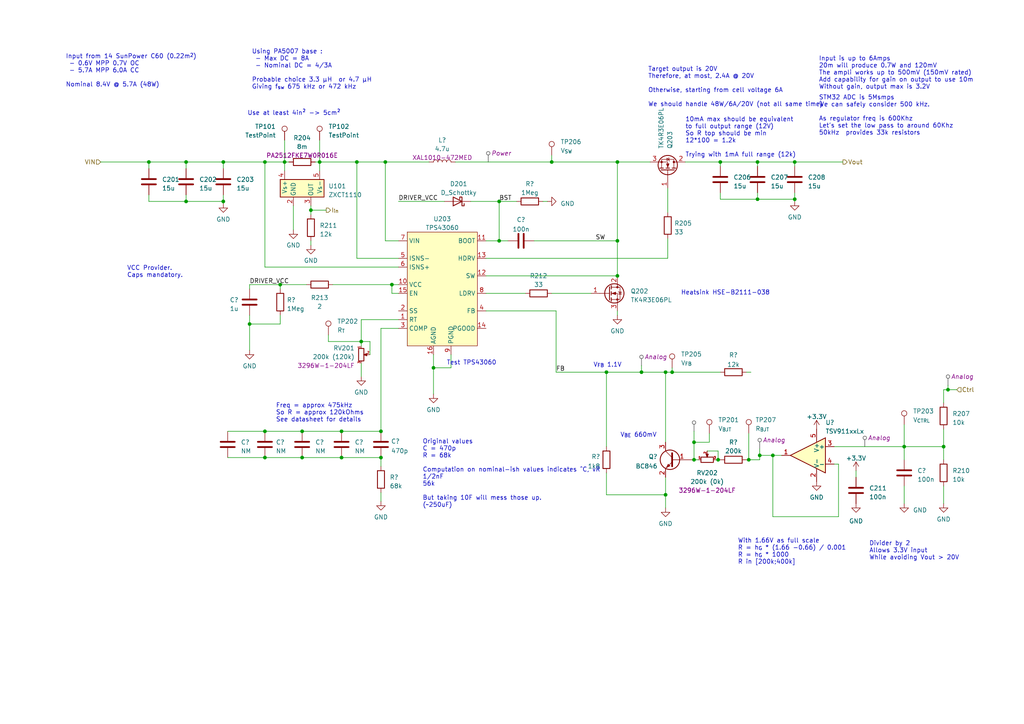
<source format=kicad_sch>
(kicad_sch (version 20230221) (generator eeschema)
  (paper "A4")
  (lib_symbols
    (symbol "Amplifier_Current:ZXCT1110" (pin_names (offset 0.254))
      (property "Reference" "U" (at 7.62 1.27 0))
      (property "Value" "ZXCT1110" (at 7.62 -1.27 0))
      (symbol "ZXCT1110_0_1"
        (rectangle (start -6.35 2.54) (end 6.35 -2.54) (stroke (width 0.254)) (fill (type background)))
      )
      (symbol "ZXCT1110_1_1"
        (pin no_connect line (at 0 2.54 270) (length 2.54) hide (name "NC") (number "1"))
        (pin power_in line (at -2.54 -5.08 90) (length 2.54) (name "GND") (number "2"))
        (pin output line (at 2.54 -5.08 90) (length 2.54) (name "OUT") (number "3"))
        (pin input line (at -5.08 5.08 270) (length 2.54) (name "Vs+") (number "4"))
        (pin input line (at 5.08 5.08 270) (length 2.54) (name "Vs-") (number "5"))
      )
    )
    (symbol "Amplifier_Operational:TSV911xxLx" (pin_names (offset 0.127))
      (property "Reference" "U" (at -1.27 6.35 0))
      (property "Value" "TSV911xxLx" (at -1.27 3.81 0))
      (symbol "TSV911xxLx_0_1"
        (polyline (pts (xy -5.08 5.08) (xy 5.08 0) (xy -5.08 -5.08) (xy -5.08 5.08)) (stroke (width 0.254)) (fill (type background)))
        (pin power_in line (at -2.54 -7.62 90) (length 3.81) (name "V-") (number "2"))
        (pin power_in line (at -2.54 7.62 270) (length 3.81) (name "V+") (number "5"))
      )
      (symbol "TSV911xxLx_1_1"
        (pin output line (at 7.62 0 180) (length 2.54) (name "~") (number "1"))
        (pin input line (at -7.62 2.54 0) (length 2.54) (name "+") (number "3"))
        (pin input line (at -7.62 -2.54 0) (length 2.54) (name "-") (number "4"))
      )
    )
    (symbol "Connector:TestPoint" (pin_numbers hide) (pin_names (offset 0.762) hide)
      (property "Reference" "TP" (at 0 6.858 0))
      (property "Value" "TestPoint" (at 0 5.08 0))
      (symbol "TestPoint_0_1"
        (circle (center 0 3.302) (radius 0.762))
      )
      (symbol "TestPoint_1_1"
        (pin passive line (at 0 0 90) (length 2.54) (name "1") (number "1"))
      )
    )
    (symbol "Device:C" (pin_numbers hide) (pin_names (offset 0.254))
      (property "Reference" "C" (at 0.635 2.54 0))
      (property "Value" "C" (at 0.635 -2.54 0))
      (symbol "C_0_1"
        (polyline (pts (xy -2.032 -0.762) (xy 2.032 -0.762)) (stroke (width 0.508)))
        (polyline (pts (xy -2.032 0.762) (xy 2.032 0.762)) (stroke (width 0.508)))
      )
      (symbol "C_1_1"
        (pin passive line (at 0 3.81 270) (length 2.794) (name "~") (number "1"))
        (pin passive line (at 0 -3.81 90) (length 2.794) (name "~") (number "2"))
      )
    )
    (symbol "Device:D_Schottky" (pin_numbers hide) (pin_names (offset 1.016) hide)
      (property "Reference" "D" (at 0 2.54 0))
      (property "Value" "D_Schottky" (at 0 -2.54 0))
      (symbol "D_Schottky_0_1"
        (polyline (pts (xy 1.27 0) (xy -1.27 0)))
        (polyline (pts (xy 1.27 1.27) (xy 1.27 -1.27) (xy -1.27 0) (xy 1.27 1.27)) (stroke (width 0.254)))
        (polyline (pts (xy -1.905 0.635) (xy -1.905 1.27) (xy -1.27 1.27) (xy -1.27 -1.27) (xy -0.635 -1.27) (xy -0.635 -0.635)) (stroke (width 0.254)))
      )
      (symbol "D_Schottky_1_1"
        (pin passive line (at -3.81 0 0) (length 2.54) (name "K") (number "1"))
        (pin passive line (at 3.81 0 180) (length 2.54) (name "A") (number "2"))
      )
    )
    (symbol "Device:L" (pin_numbers hide) (pin_names (offset 1.016) hide)
      (property "Reference" "L" (at -1.27 0 90))
      (property "Value" "L" (at 1.905 0 90))
      (symbol "L_0_1"
        (arc (start 0 -2.54) (mid 0.6323 -1.905) (end 0 -1.27))
        (arc (start 0 -1.27) (mid 0.6323 -0.635) (end 0 0))
        (arc (start 0 0) (mid 0.6323 0.635) (end 0 1.27))
        (arc (start 0 1.27) (mid 0.6323 1.905) (end 0 2.54))
      )
      (symbol "L_1_1"
        (pin passive line (at 0 3.81 270) (length 1.27) (name "1") (number "1"))
        (pin passive line (at 0 -3.81 90) (length 1.27) (name "2") (number "2"))
      )
    )
    (symbol "Device:Q_NMOS_GDS" (pin_names (offset 0) hide)
      (property "Reference" "Q" (at 5.08 1.27 0))
      (property "Value" "Q_NMOS_GDS" (at 5.08 -1.27 0))
      (symbol "Q_NMOS_GDS_0_1"
        (polyline (pts (xy 0.254 0) (xy -2.54 0)))
        (polyline (pts (xy 0.254 1.905) (xy 0.254 -1.905)) (stroke (width 0.254)))
        (polyline (pts (xy 0.762 -1.27) (xy 0.762 -2.286)) (stroke (width 0.254)))
        (polyline (pts (xy 0.762 0.508) (xy 0.762 -0.508)) (stroke (width 0.254)))
        (polyline (pts (xy 0.762 2.286) (xy 0.762 1.27)) (stroke (width 0.254)))
        (polyline (pts (xy 2.54 2.54) (xy 2.54 1.778)))
        (polyline (pts (xy 2.54 -2.54) (xy 2.54 0) (xy 0.762 0)))
        (polyline (pts (xy 0.762 -1.778) (xy 3.302 -1.778) (xy 3.302 1.778) (xy 0.762 1.778)))
        (polyline (pts (xy 1.016 0) (xy 2.032 0.381) (xy 2.032 -0.381) (xy 1.016 0)) (fill (type outline)))
        (polyline (pts (xy 2.794 0.508) (xy 2.921 0.381) (xy 3.683 0.381) (xy 3.81 0.254)))
        (polyline (pts (xy 3.302 0.381) (xy 2.921 -0.254) (xy 3.683 -0.254) (xy 3.302 0.381)))
        (circle (center 1.651 0) (radius 2.794) (stroke (width 0.254)))
        (circle (center 2.54 -1.778) (radius 0.254) (fill (type outline)))
        (circle (center 2.54 1.778) (radius 0.254) (fill (type outline)))
      )
      (symbol "Q_NMOS_GDS_1_1"
        (pin input line (at -5.08 0 0) (length 2.54) (name "G") (number "1"))
        (pin passive line (at 2.54 5.08 270) (length 2.54) (name "D") (number "2"))
        (pin passive line (at 2.54 -5.08 90) (length 2.54) (name "S") (number "3"))
      )
    )
    (symbol "Device:R" (pin_numbers hide) (pin_names (offset 0))
      (property "Reference" "R" (at 2.032 0 90))
      (property "Value" "R" (at 0 0 90))
      (symbol "R_0_1"
        (rectangle (start -1.016 -2.54) (end 1.016 2.54) (stroke (width 0.254)))
      )
      (symbol "R_1_1"
        (pin passive line (at 0 3.81 270) (length 1.27) (name "~") (number "1"))
        (pin passive line (at 0 -3.81 90) (length 1.27) (name "~") (number "2"))
      )
    )
    (symbol "Device:R_Potentiometer_Small" (pin_names (offset 1.016) hide)
      (property "Reference" "RV" (at -4.445 0 90))
      (property "Value" "R_Potentiometer_Small" (at -2.54 0 90))
      (symbol "R_Potentiometer_Small_0_1"
        (polyline (pts (xy 0.889 0) (xy 0.635 0) (xy 1.651 0.381) (xy 1.651 -0.381) (xy 0.635 0) (xy 0.889 0)) (fill (type outline)))
        (rectangle (start 0.762 1.8034) (end -0.762 -1.8034) (stroke (width 0.254)))
      )
      (symbol "R_Potentiometer_Small_1_1"
        (pin passive line (at 0 2.54 270) (length 0.635) (name "1") (number "1"))
        (pin passive line (at 2.54 0 180) (length 0.9906) (name "2") (number "2"))
        (pin passive line (at 0 -2.54 90) (length 0.635) (name "3") (number "3"))
      )
    )
    (symbol "GND_1" (power) (pin_names (offset 0))
      (property "Value" "GND_1" (at 0 -3.81 0))
      (symbol "GND_1_0_1"
        (polyline (pts (xy 0 0) (xy 0 -1.27) (xy 1.27 -1.27) (xy 0 -2.54) (xy -1.27 -1.27) (xy 0 -1.27)))
      )
      (symbol "GND_1_1_1"
        (pin power_in line (at 0 0 270) (length 0) hide (name "GND") (number "1"))
      )
    )
    (symbol "GND_2" (power) (pin_names (offset 0))
      (property "Value" "GND" (at 0 -3.81 0))
      (symbol "GND_2_0_1"
        (polyline (pts (xy 0 0) (xy 0 -1.27) (xy 1.27 -1.27) (xy 0 -2.54) (xy -1.27 -1.27) (xy 0 -1.27)))
      )
      (symbol "GND_2_1_1"
        (pin power_in line (at 0 0 270) (length 0) hide (name "GND") (number "1"))
      )
    )
    (symbol "Transistor_BJT:BC846" (pin_names (offset 0) hide)
      (property "Reference" "Q" (at 5.08 1.905 0))
      (property "Value" "BC846" (at 5.08 0 0))
      (symbol "BC846_0_1"
        (polyline (pts (xy 0.635 0.635) (xy 2.54 2.54)))
        (polyline (pts (xy 0.635 -0.635) (xy 2.54 -2.54) (xy 2.54 -2.54)))
        (polyline (pts (xy 0.635 1.905) (xy 0.635 -1.905) (xy 0.635 -1.905)) (stroke (width 0.508)))
        (polyline (pts (xy 1.27 -1.778) (xy 1.778 -1.27) (xy 2.286 -2.286) (xy 1.27 -1.778) (xy 1.27 -1.778)) (fill (type outline)))
        (circle (center 1.27 0) (radius 2.8194) (stroke (width 0.254)))
      )
      (symbol "BC846_1_1"
        (pin input line (at -5.08 0 0) (length 5.715) (name "B") (number "1"))
        (pin passive line (at 2.54 -5.08 90) (length 2.54) (name "E") (number "2"))
        (pin passive line (at 2.54 5.08 270) (length 2.54) (name "C") (number "3"))
      )
    )
    (symbol "defis_solaires_4:TPS43060"
      (property "Reference" "U" (at 0 0 0))
      (symbol "TPS43060_0_0"
        (pin bidirectional line (at -12.7 -10.16 0) (length 2.54) (name "RT") (number "1"))
        (pin power_out line (at -12.7 0 0) (length 2.54) (name "VCC") (number "10"))
        (pin output line (at 12.7 12.7 180) (length 2.54) (name "BOOT") (number "11"))
        (pin input line (at 12.7 2.54 180) (length 2.54) (name "SW") (number "12"))
        (pin output line (at 12.7 7.62 180) (length 2.54) (name "HDRV") (number "13"))
        (pin open_collector line (at 12.7 -12.7 180) (length 2.54) (name "PGOOD") (number "14"))
        (pin input line (at -12.7 -2.54 0) (length 2.54) (name "EN") (number "15"))
        (pin power_in line (at -2.54 -20.32 90) (length 2.54) (name "AGND") (number "16"))
        (pin output line (at -12.7 -7.62 0) (length 2.54) (name "SS") (number "2"))
        (pin output line (at -12.7 -12.7 0) (length 2.54) (name "COMP") (number "3"))
        (pin input line (at 12.7 -7.62 180) (length 2.54) (name "FB") (number "4"))
        (pin input line (at -12.7 7.62 0) (length 2.54) (name "ISNS-") (number "5"))
        (pin input line (at -12.7 5.08 0) (length 2.54) (name "ISNS+") (number "6"))
        (pin power_in line (at -12.7 12.7 0) (length 2.54) (name "VIN") (number "7"))
        (pin output line (at 12.7 -2.54 180) (length 2.54) (name "LDRV") (number "8"))
        (pin power_in line (at 2.54 -20.32 90) (length 2.54) (name "PGND") (number "9"))
      )
      (symbol "TPS43060_0_1"
        (rectangle (start -10.16 15.24) (end 10.16 -17.78) (fill (type background)))
      )
    )
    (symbol "power:+3.3V" (power) (pin_names (offset 0))
      (property "Value" "+3.3V" (at 0 3.556 0))
      (symbol "+3.3V_0_1"
        (polyline (pts (xy -0.762 1.27) (xy 0 2.54)))
        (polyline (pts (xy 0 0) (xy 0 2.54)))
        (polyline (pts (xy 0 2.54) (xy 0.762 1.27)))
      )
      (symbol "+3.3V_1_1"
        (pin power_in line (at 0 0 90) (length 0) hide (name "+3.3V") (number "1"))
      )
    )
    (symbol "power:GND" (power) (pin_names (offset 0))
      (property "Value" "GND" (at 0 -3.81 0))
      (symbol "GND_0_1"
        (polyline (pts (xy 0 0) (xy 0 -1.27) (xy 1.27 -1.27) (xy 0 -2.54) (xy -1.27 -1.27) (xy 0 -1.27)))
      )
      (symbol "GND_1_1"
        (pin power_in line (at 0 0 270) (length 0) hide (name "GND") (number "1"))
      )
    )
  )
  (junction (at 186.055 107.95))
  (junction (at 230.505 46.99))
  (junction (at 125.73 106.68))
  (junction (at 43.18 46.99))
  (junction (at 87.63 132.715))
  (junction (at 64.77 46.99))
  (junction (at 219.71 46.99))
  (junction (at 92.71 46.99))
  (junction (at 208.915 46.99))
  (junction (at 230.505 57.785))
  (junction (at 273.685 129.54))
  (junction (at 194.945 107.95))
  (junction (at 53.975 58.42))
  (junction (at 193.04 143.51))
  (junction (at 144.78 69.85))
  (junction (at 76.835 132.715))
  (junction (at 99.06 132.715))
  (junction (at 76.835 125.095))
  (junction (at 110.49 132.715))
  (junction (at 81.28 82.55))
  (junction (at 175.895 107.95))
  (junction (at 217.17 133.35))
  (junction (at 179.07 69.85))
  (junction (at 76.835 46.99))
  (junction (at 262.255 129.54))
  (junction (at 72.39 93.98))
  (junction (at 219.71 57.785))
  (junction (at 160.02 46.99))
  (junction (at 144.78 58.42))
  (junction (at 64.77 58.42))
  (junction (at 99.06 125.095))
  (junction (at 103.505 46.99))
  (junction (at 104.775 99.06))
  (junction (at 53.975 46.99))
  (junction (at 113.665 82.55))
  (junction (at 220.345 132.08))
  (junction (at 274.955 113.03))
  (junction (at 179.07 46.99))
  (junction (at 87.63 125.095))
  (junction (at 111.76 46.99))
  (junction (at 201.295 133.35))
  (junction (at 224.155 132.08))
  (junction (at 82.55 46.99))
  (junction (at 193.04 107.95))
  (junction (at 208.28 133.35))
  (junction (at 90.17 60.96))
  (junction (at 179.07 80.01))
  (junction (at 201.295 128.27))
  (junction (at 110.49 125.095))
  (wire (pts (xy 208.915 46.99) (xy 208.915 48.26)))
  (wire (pts (xy 111.76 69.85) (xy 111.76 46.99)))
  (wire (pts (xy 115.57 69.85) (xy 111.76 69.85)))
  (wire (pts (xy 230.505 46.99) (xy 230.505 48.26)))
  (wire (pts (xy 64.77 58.42) (xy 64.77 59.055)))
  (wire (pts (xy 90.17 69.85) (xy 90.17 71.12)))
  (wire (pts (xy 72.39 91.44) (xy 72.39 93.98)))
  (wire (pts (xy 99.06 132.715) (xy 110.49 132.715)))
  (wire (pts (xy 66.04 125.095) (xy 76.835 125.095)))
  (wire (pts (xy 64.77 56.515) (xy 64.77 58.42)))
  (wire (pts (xy 208.915 46.99) (xy 219.71 46.99)))
  (wire (pts (xy 115.57 74.93) (xy 103.505 74.93)))
  (wire (pts (xy 224.155 132.08) (xy 226.695 132.08)))
  (wire (pts (xy 76.835 46.99) (xy 82.55 46.99)))
  (wire (pts (xy 104.775 99.06) (xy 104.775 100.33)))
  (wire (pts (xy 186.055 106.045) (xy 186.055 107.95)))
  (wire (pts (xy 90.17 59.69) (xy 90.17 60.96)))
  (wire (pts (xy 194.945 107.95) (xy 208.915 107.95)))
  (wire (pts (xy 175.895 143.51) (xy 193.04 143.51)))
  (wire (pts (xy 175.895 137.16) (xy 175.895 143.51)))
  (wire (pts (xy 90.17 60.96) (xy 90.17 62.23)))
  (wire (pts (xy 201.295 133.35) (xy 202.565 133.35)))
  (wire (pts (xy 193.04 107.95) (xy 194.945 107.95)))
  (wire (pts (xy 76.835 125.095) (xy 87.63 125.095)))
  (wire (pts (xy 64.77 46.99) (xy 64.77 48.895)))
  (wire (pts (xy 175.895 107.95) (xy 175.895 129.54)))
  (wire (pts (xy 200.66 133.35) (xy 201.295 133.35)))
  (wire (pts (xy 273.685 124.46) (xy 273.685 129.54)))
  (wire (pts (xy 273.685 116.84) (xy 273.685 113.03)))
  (wire (pts (xy 43.18 46.99) (xy 53.975 46.99)))
  (wire (pts (xy 262.255 129.54) (xy 262.255 133.35)))
  (wire (pts (xy 262.255 123.19) (xy 262.255 129.54)))
  (wire (pts (xy 104.775 92.71) (xy 115.57 92.71)))
  (wire (pts (xy 103.505 74.93) (xy 103.505 46.99)))
  (wire (pts (xy 95.25 99.06) (xy 104.775 99.06)))
  (wire (pts (xy 111.76 46.99) (xy 124.46 46.99)))
  (wire (pts (xy 219.71 55.88) (xy 219.71 57.785)))
  (wire (pts (xy 81.28 82.55) (xy 88.9 82.55)))
  (wire (pts (xy 193.04 138.43) (xy 193.04 143.51)))
  (wire (pts (xy 243.205 134.62) (xy 243.205 149.86)))
  (wire (pts (xy 43.18 56.515) (xy 43.18 58.42)))
  (wire (pts (xy 104.775 99.06) (xy 107.315 99.06)))
  (wire (pts (xy 216.535 133.35) (xy 217.17 133.35)))
  (wire (pts (xy 220.345 132.08) (xy 224.155 132.08)))
  (wire (pts (xy 140.97 74.93) (xy 193.675 74.93)))
  (wire (pts (xy 115.57 82.55) (xy 113.665 82.55)))
  (wire (pts (xy 208.28 130.81) (xy 208.28 133.35)))
  (wire (pts (xy 125.73 106.68) (xy 125.73 114.3)))
  (wire (pts (xy 140.97 80.01) (xy 179.07 80.01)))
  (wire (pts (xy 160.02 45.085) (xy 160.02 46.99)))
  (wire (pts (xy 205.74 125.73) (xy 205.74 128.27)))
  (wire (pts (xy 273.685 140.97) (xy 273.685 146.05)))
  (wire (pts (xy 90.17 60.96) (xy 94.615 60.96)))
  (wire (pts (xy 161.29 90.17) (xy 140.97 90.17)))
  (wire (pts (xy 262.255 129.54) (xy 273.685 129.54)))
  (wire (pts (xy 194.945 106.68) (xy 194.945 107.95)))
  (wire (pts (xy 205.105 130.81) (xy 208.28 130.81)))
  (wire (pts (xy 201.295 128.27) (xy 201.295 133.35)))
  (wire (pts (xy 219.71 57.785) (xy 230.505 57.785)))
  (wire (pts (xy 72.39 93.98) (xy 72.39 101.6)))
  (wire (pts (xy 53.975 46.99) (xy 53.975 48.895)))
  (wire (pts (xy 274.955 113.03) (xy 277.495 113.03)))
  (wire (pts (xy 154.94 69.85) (xy 179.07 69.85)))
  (wire (pts (xy 201.295 128.27) (xy 205.74 128.27)))
  (wire (pts (xy 179.07 46.99) (xy 188.595 46.99)))
  (wire (pts (xy 87.63 132.715) (xy 99.06 132.715)))
  (wire (pts (xy 113.665 82.55) (xy 113.665 85.09)))
  (wire (pts (xy 144.78 58.42) (xy 149.86 58.42)))
  (wire (pts (xy 136.525 58.42) (xy 144.78 58.42)))
  (wire (pts (xy 193.675 61.595) (xy 193.675 54.61)))
  (wire (pts (xy 43.18 46.99) (xy 43.18 48.895)))
  (wire (pts (xy 208.915 57.785) (xy 219.71 57.785)))
  (wire (pts (xy 273.685 113.03) (xy 274.955 113.03)))
  (wire (pts (xy 110.49 142.875) (xy 110.49 145.415)))
  (wire (pts (xy 217.17 125.73) (xy 217.17 133.35)))
  (wire (pts (xy 160.02 46.99) (xy 132.08 46.99)))
  (wire (pts (xy 81.28 93.98) (xy 81.28 91.44)))
  (wire (pts (xy 81.28 82.55) (xy 81.28 83.82)))
  (wire (pts (xy 274.955 111.76) (xy 274.955 113.03)))
  (wire (pts (xy 179.07 46.99) (xy 160.02 46.99)))
  (wire (pts (xy 179.07 69.85) (xy 179.07 46.99)))
  (wire (pts (xy 179.07 69.85) (xy 179.07 80.01)))
  (wire (pts (xy 216.535 107.95) (xy 217.805 107.95)))
  (wire (pts (xy 158.75 58.42) (xy 157.48 58.42)))
  (wire (pts (xy 230.505 55.88) (xy 230.505 57.785)))
  (wire (pts (xy 144.78 69.85) (xy 147.32 69.85)))
  (wire (pts (xy 92.71 46.99) (xy 103.505 46.99)))
  (wire (pts (xy 104.775 92.71) (xy 104.775 99.06)))
  (wire (pts (xy 208.915 55.88) (xy 208.915 57.785)))
  (wire (pts (xy 87.63 125.095) (xy 99.06 125.095)))
  (wire (pts (xy 241.935 129.54) (xy 262.255 129.54)))
  (wire (pts (xy 85.09 59.69) (xy 85.09 66.675)))
  (wire (pts (xy 144.78 58.42) (xy 144.78 69.85)))
  (wire (pts (xy 113.665 85.09) (xy 115.57 85.09)))
  (wire (pts (xy 107.315 102.87) (xy 107.315 99.06)))
  (wire (pts (xy 76.835 77.47) (xy 76.835 46.99)))
  (wire (pts (xy 230.505 57.785) (xy 230.505 58.42)))
  (wire (pts (xy 243.205 149.86) (xy 224.155 149.86)))
  (wire (pts (xy 82.55 46.99) (xy 82.55 49.53)))
  (wire (pts (xy 92.71 46.99) (xy 92.71 49.53)))
  (wire (pts (xy 241.935 134.62) (xy 243.205 134.62)))
  (wire (pts (xy 96.52 82.55) (xy 113.665 82.55)))
  (wire (pts (xy 72.39 82.55) (xy 81.28 82.55)))
  (wire (pts (xy 72.39 83.82) (xy 72.39 82.55)))
  (wire (pts (xy 224.155 149.86) (xy 224.155 132.08)))
  (wire (pts (xy 230.505 46.99) (xy 244.475 46.99)))
  (wire (pts (xy 198.755 46.99) (xy 208.915 46.99)))
  (wire (pts (xy 130.81 102.87) (xy 130.81 106.68)))
  (wire (pts (xy 72.39 93.98) (xy 81.28 93.98)))
  (wire (pts (xy 208.915 133.35) (xy 208.28 133.35)))
  (wire (pts (xy 64.77 46.99) (xy 76.835 46.99)))
  (wire (pts (xy 43.18 58.42) (xy 53.975 58.42)))
  (wire (pts (xy 161.29 107.95) (xy 175.895 107.95)))
  (wire (pts (xy 175.895 107.95) (xy 186.055 107.95)))
  (wire (pts (xy 53.975 46.99) (xy 64.77 46.99)))
  (wire (pts (xy 217.17 133.35) (xy 220.345 133.35)))
  (wire (pts (xy 201.295 125.095) (xy 201.295 128.27)))
  (wire (pts (xy 171.45 85.09) (xy 160.02 85.09)))
  (wire (pts (xy 115.57 58.42) (xy 128.905 58.42)))
  (wire (pts (xy 193.675 74.93) (xy 193.675 69.215)))
  (wire (pts (xy 140.97 69.85) (xy 144.78 69.85)))
  (wire (pts (xy 193.04 107.95) (xy 193.04 128.27)))
  (wire (pts (xy 219.71 46.99) (xy 230.505 46.99)))
  (wire (pts (xy 186.055 107.95) (xy 193.04 107.95)))
  (wire (pts (xy 179.07 91.44) (xy 179.07 90.17)))
  (wire (pts (xy 130.81 106.68) (xy 125.73 106.68)))
  (wire (pts (xy 99.06 125.095) (xy 110.49 125.095)))
  (wire (pts (xy 262.255 140.97) (xy 262.255 146.05)))
  (wire (pts (xy 110.49 132.715) (xy 110.49 135.255)))
  (wire (pts (xy 53.975 58.42) (xy 64.77 58.42)))
  (wire (pts (xy 220.345 130.175) (xy 220.345 132.08)))
  (wire (pts (xy 208.28 133.35) (xy 207.645 133.35)))
  (wire (pts (xy 103.505 46.99) (xy 111.76 46.99)))
  (wire (pts (xy 110.49 95.25) (xy 115.57 95.25)))
  (wire (pts (xy 95.25 97.155) (xy 95.25 99.06)))
  (wire (pts (xy 53.975 56.515) (xy 53.975 58.42)))
  (wire (pts (xy 110.49 95.25) (xy 110.49 125.095)))
  (wire (pts (xy 76.835 132.715) (xy 87.63 132.715)))
  (wire (pts (xy 66.04 132.715) (xy 76.835 132.715)))
  (wire (pts (xy 161.29 90.17) (xy 161.29 107.95)))
  (wire (pts (xy 125.73 102.87) (xy 125.73 106.68)))
  (wire (pts (xy 82.55 46.99) (xy 83.82 46.99)))
  (wire (pts (xy 248.285 136.525) (xy 248.285 138.43)))
  (wire (pts (xy 82.55 40.64) (xy 82.55 46.99)))
  (wire (pts (xy 91.44 46.99) (xy 92.71 46.99)))
  (wire (pts (xy 193.04 143.51) (xy 193.04 147.32)))
  (wire (pts (xy 220.345 133.35) (xy 220.345 132.08)))
  (wire (pts (xy 273.685 129.54) (xy 273.685 133.35)))
  (wire (pts (xy 152.4 85.09) (xy 140.97 85.09)))
  (wire (pts (xy 104.775 105.41) (xy 104.775 109.22)))
  (wire (pts (xy 219.71 46.99) (xy 219.71 48.26)))
  (wire (pts (xy 92.71 40.64) (xy 92.71 46.99)))
  (wire (pts (xy 76.835 77.47) (xy 115.57 77.47)))
  (wire (pts (xy 29.21 46.99) (xy 43.18 46.99)))
  (text "V_{BE} 660mV" (at 190.5 127 0) (effects (font (size 1.27 1.27)) (justify right bottom)))
  (text "Heatsink HSE-B2111-038 " (at 197.485 85.725 0) (effects (font (size 1.27 1.27)) (justify left bottom)))
  (text "STM32 ADC is 5Msmps \nWe can safely consider 500 kHz.\n\nAs regulator freq is 600Khz\nLet's set the low pass to around 60Khz\n50kHz  provides 33k resistors" (at 237.49 39.37 0) (effects (font (size 1.27 1.27)) (justify left bottom)))
  (text "Test TPS43060" (at 129.54 106.045 0) (effects (font (size 1.27 1.27)) (justify left bottom)))
  (text "V_{FB} 1.1V" (at 172.085 106.68 0) (effects (font (size 1.27 1.27)) (justify left bottom)))
  (text "Original values \nC = 470p\nR = 68k\n\nComputation on nominal-ish values indicates ^C, vR\n1/2nF\n56k\n\nBut taking 10F will mess those up.\n(~250uF) " (at 122.555 147.32 0) (effects (font (size 1.27 1.27)) (justify left bottom)))
  (text "With 1.66V as full scale\nR = h_{G} * (1.66 -0.66) / 0.001\nR = h_{G} * 1000\nR in [200k;400k]" (at 213.995 163.83 0) (effects (font (size 1.27 1.27)) (justify left bottom)))
  (text "VCC Provider.\nCaps mandatory." (at 36.83 80.645 0) (effects (font (size 1.27 1.27)) (justify left bottom)))
  (text "10mA max should be equivalent \nto full output range (12V)\nSo R top should be min \n12*100 = 1.2k\n\nTrying with 1mA full range (12k)" (at 198.755 45.72 0) (effects (font (size 1.27 1.27)) (justify left bottom)))
  (text "Freq = approx 475kHz\nSo R = approx 120kOhms\nSee datasheet for details" (at 80.01 122.555 0) (effects (font (size 1.27 1.27)) (justify left bottom)))
  (text "Using PA5007 base :\n - Max DC = 8A\n - Nominal DC = 4/3A\n\nProbable choice 3.3 µH  or 4.7 µH\nGiving f_{sw} 675 kHz or 472 kHz" (at 73.025 26.035 0) (effects (font (size 1.27 1.27)) (justify left bottom)))
  (text "Input from 14 SunPower C60 (0.22m^{2})\n - 0.6V MPP 0.7V OC\n - 5.7A MPP 6.0A CC\n\nNominal 8.4V @ 5.7A (48W)" (at 19.05 25.4 0) (effects (font (size 1.27 1.27)) (justify left bottom)))
  (text "Target output is 20V\nTherefore, at most, 2.4A @ 20V\n\nOtherwise, starting from cell voltage 6A\n\nWe should handle 48W/6A/20V (not all same time)" (at 187.96 31.115 0) (effects (font (size 1.27 1.27)) (justify left bottom)))
  (text "Use at least 4in² -> 5cm²" (at 71.755 33.655 0) (effects (font (size 1.27 1.27)) (justify left bottom)))
  (text "Input is up to 6Amps\n20m will produce 0.7W and 120mV\nThe ampli works up to 500mV (150mV rated)\nAdd capability for gain on output to use 10m\nWithout gain, output max is 3.2V" (at 237.49 26.035 0) (effects (font (size 1.27 1.27)) (justify left bottom)))
  (text "Divider by 2\nAllows 3.3V input\nWhile avoiding Vout > 20V" (at 252.095 162.56 0) (effects (font (size 1.27 1.27)) (justify left bottom)))
  (label "BST" (at 144.78 58.42 0))
  (label "FB" (at 161.29 107.95 0))
  (label "DRIVER_VCC" (at 115.57 58.42 0))
  (label "SW" (at 172.72 69.85 0))
  (label "DRIVER_VCC" (at 72.39 82.55 0))
  (hierarchical_label "VIN" (shape input) (at 29.21 46.99 180) (property "Références Inter-Feuilles" "${INTERSHEET_REFS}" (effects hide)))
  (hierarchical_label "Ctrl" (shape input) (at 277.495 113.03 0) (property "Références Inter-Feuilles" "${INTERSHEET_REFS}" (effects hide)))
  (hierarchical_label "I_{in}" (shape output) (at 94.615 60.96 0))
  (hierarchical_label "Vout" (shape output) (at 244.475 46.99 0) (property "Références Inter-Feuilles" "${INTERSHEET_REFS}" (effects hide)))
  (netclass_flag "" (length 2.54) (shape round) (at 274.955 111.76 0) (property "Netclass" "Analog" (at 275.844 109.22 0) (effects (font italic) (justify left))))
  (netclass_flag "" (length 2.54) (shape round) (at 141.605 46.99 0) (property "Netclass" "Power" (at 142.494 44.45 0) (effects (font italic) (justify left))))
  (netclass_flag "" (length 2.54) (shape round) (at 220.345 130.175 0) (property "Netclass" "Analog" (at 221.234 127.635 0) (effects (font italic) (justify left))))
  (netclass_flag "" (length 2.54) (shape round) (at 250.825 129.54 0) (property "Netclass" "Analog" (at 251.714 127 0) (effects (font italic) (justify left))))
  (netclass_flag "" (length 2.54) (shape round) (at 186.055 106.045 0) (property "Netclass" "Analog" (at 186.944 103.505 0) (effects (font italic) (justify left))))
  (netclass_flag "" (length 2.54) (shape round) (at 201.295 125.095 0) (property "Netclass" "Analog" (effects hide)))
  (symbol (lib_id "Device:Q_NMOS_GDS") (at 176.53 85.09 0) (unit 1)
    (property "Reference" "Q202" (at 182.88 84.455 0) (effects (justify left)))
    (property "Value" "TK4R3E06PL" (at 182.88 86.995 0) (effects (justify left)))
    (property "Footprint" "Package_TO_SOT_THT:TO-220-3_Horizontal_TabUp" (effects hide))
    (property "Datasheet" "https://www.mouser.fr/datasheet/2/408/TK4R3E06PL_datasheet_en_20210120-1075493.pdf" (effects hide))
    (property "MPN" "TK4R3E06PL" (effects hide))
  )
  (symbol (lib_id "Device:L") (at 128.27 46.99 90) (unit 1)
    (property "Reference" "L?" (at 128.27 40.64 90))
    (property "Value" "4.7u" (at 128.27 43.18 90))
    (property "Footprint" "Inductor_SMD:L_Coilcraft_XAL1010-XXX" (effects hide))
    (property "Datasheet" "https://www.mouser.fr/datasheet/2/597/xal1010-270716.pdf" (effects hide))
    (property "Spice_Netlist_Enabled" "Y" (effects hide))
    (property "MPN" "XAL1010-472MED" (at 128.27 45.72 90))
    (property "Sim.Device" "SPICE" (effects hide))
    (property "Sim.Params" "type=\"L\" model=\"1.5u\" lib=\"\"" (effects hide))
    (property "Sim.Pins" "1=1 2=2" (effects hide))
  )
  (symbol (lib_id "Device:R") (at 212.725 133.35 270) (mirror x) (unit 1)
    (property "Reference" "R?" (at 212.725 128.27 90))
    (property "Value" "200k" (at 212.725 130.81 90))
    (property "Footprint" "Resistor_SMD:R_0805_2012Metric" (effects hide))
  )
  (symbol (lib_id "Device:R_Potentiometer_Small") (at 205.105 133.35 90) (unit 1)
    (property "Reference" "RV202" (at 205.105 137.16 90))
    (property "Value" "200k (0k)" (at 205.105 139.7 90))
    (property "Footprint" "Potentiometer_THT:Potentiometer_Bourns_3296W_Vertical" (effects hide))
    (property "Datasheet" "3296W-1-204LF" (effects hide))
    (property "MPN" "3296W-1-204LF" (at 205.105 142.24 90))
  )
  (symbol (lib_id "Amplifier_Current:ZXCT1110") (at 87.63 54.61 0) (unit 1)
    (property "Reference" "U101" (at 95.25 53.975 0) (effects (justify left)))
    (property "Value" "ZXCT1110" (at 95.25 56.515 0) (effects (justify left)))
    (property "Footprint" "Package_TO_SOT_SMD:SOT-23-5" (effects hide))
    (property "Datasheet" "https://www.diodes.com/assets/Datasheets/ZXCT1107_10.pdf" (effects hide))
  )
  (symbol (lib_id "Device:C") (at 53.975 52.705 0) (unit 1)
    (property "Reference" "C202" (at 57.785 52.07 0) (effects (justify left)))
    (property "Value" "15u" (at 57.785 54.61 0) (effects (justify left)))
    (property "Footprint" "Capacitor_SMD:C_0805_2012Metric" (effects hide))
    (property "Datasheet" "https://product.tdk.com/system/files/dam/doc/product/capacitor/ceramic/mlcc/catalog/mlcc_commercial_general_en.pdf" (effects hide))
    (property "MPN" "C2012X5R1V156M125AC" (effects hide))
  )
  (symbol (lib_id "Device:R_Potentiometer_Small") (at 104.775 102.87 0) (unit 1)
    (property "Reference" "RV201" (at 102.87 100.965 0) (effects (justify right)))
    (property "Value" "200k (120k)" (at 102.87 103.505 0) (effects (justify right)))
    (property "Footprint" "Potentiometer_THT:Potentiometer_Bourns_3296W_Vertical" (effects hide))
    (property "Datasheet" "3296W-1-204LF" (effects hide))
    (property "MPN" "3296W-1-204LF" (at 102.87 106.045 0) (effects (justify right)))
  )
  (symbol (lib_id "Device:C") (at 110.49 128.905 0) (unit 1)
    (property "Reference" "C?" (at 113.411 127.9965 0) (effects (justify left)))
    (property "Value" "470p" (at 113.411 130.7716 0) (effects (justify left)))
    (property "Footprint" "Capacitor_SMD:C_0805_2012Metric" (effects hide))
  )
  (symbol (lib_id "Device:R") (at 156.21 85.09 90) (unit 1)
    (property "Reference" "R212" (at 156.21 80.01 90))
    (property "Value" "33" (at 156.21 82.55 90))
  )
  (symbol (lib_id "Device:C") (at 87.63 128.905 0) (unit 1)
    (property "Reference" "C?" (at 91.44 128.27 0) (effects (justify left)))
    (property "Value" "NM" (at 91.44 130.81 0) (effects (justify left)))
    (property "Footprint" "Capacitor_SMD:C_0805_2012Metric" (effects hide))
  )
  (symbol (lib_id "Device:C") (at 262.255 137.16 0) (unit 1)
    (property "Reference" "C?" (at 266.065 136.525 0) (effects (justify left)))
    (property "Value" "100n" (at 266.065 139.065 0) (effects (justify left)))
    (property "Footprint" "Capacitor_SMD:C_0805_2012Metric" (effects hide))
  )
  (symbol (lib_id "Device:R") (at 193.675 65.405 0) (unit 1)
    (property "Reference" "R205" (at 195.58 64.77 0) (effects (justify left)))
    (property "Value" "33" (at 195.58 67.31 0) (effects (justify left)))
  )
  (symbol (lib_id "power:GND") (at 262.255 146.05 0) (unit 1)
    (property "Reference" "#PWR?" (effects hide))
    (property "Value" "GND" (at 264.795 147.955 0) (effects (justify left)))
  )
  (symbol (lib_id "Device:C") (at 99.06 128.905 0) (unit 1)
    (property "Reference" "C?" (at 102.87 128.27 0) (effects (justify left)))
    (property "Value" "NM" (at 102.87 130.81 0) (effects (justify left)))
    (property "Footprint" "Capacitor_SMD:C_0805_2012Metric" (effects hide))
  )
  (symbol (lib_id "power:GND") (at 64.77 59.055 0) (unit 1)
    (property "Reference" "#PWR?" (effects hide))
    (property "Value" "GND" (at 64.77 63.6176 0))
  )
  (symbol (lib_id "Connector:TestPoint") (at 92.71 40.64 0) (unit 1)
    (property "Reference" "TP102" (at 95.25 36.703 0) (effects (justify left)))
    (property "Value" "TestPoint" (at 95.25 39.243 0) (effects (justify left)))
    (property "Footprint" "TestPoint:TestPoint_Keystone_5010-5014_Multipurpose" (effects hide))
  )
  (symbol (lib_id "Device:C") (at 248.285 142.24 0) (unit 1)
    (property "Reference" "C211" (at 252.095 141.605 0) (effects (justify left)))
    (property "Value" "100n" (at 252.095 144.145 0) (effects (justify left)))
    (property "Footprint" "Capacitor_SMD:C_0805_2012Metric" (effects hide))
  )
  (symbol (lib_name "GND_1") (lib_id "power:GND") (at 248.285 146.05 0) (unit 1)
    (property "Reference" "#PWR0212" (effects hide))
    (property "Value" "GND" (at 248.285 151.13 0))
  )
  (symbol (lib_id "Device:R") (at 153.67 58.42 270) (unit 1)
    (property "Reference" "R?" (at 153.67 53.34 90))
    (property "Value" "1Meg" (at 153.67 55.88 90))
    (property "Footprint" "Resistor_SMD:R_0805_2012Metric" (effects hide))
  )
  (symbol (lib_id "Amplifier_Operational:TSV911xxLx") (at 234.315 132.08 0) (mirror y) (unit 1)
    (property "Reference" "U?" (at 239.395 122.555 0) (effects (justify right)))
    (property "Value" "TSV911xxLx" (at 239.395 125.095 0) (effects (justify right)))
    (property "Footprint" "Package_TO_SOT_SMD:SOT-23-5" (effects hide))
    (property "Datasheet" "www.st.com/resource/en/datasheet/tsv911.pdf" (effects hide))
    (property "Spice_Netlist_Enabled" "N" (effects hide))
    (property "Sim.Device" "SPICE" (effects hide))
    (property "Sim.Params" "type=\"X\" model=\"TSV91X\" lib=\"/home/julien/Projets/Kicad/DefisSolaireV4/librairies/spice/tsv91x_series.lib\"" (effects hide))
    (property "Sim.Pins" "4=1 3=2 1=3 2=4 5=5" (effects hide))
  )
  (symbol (lib_id "power:GND") (at 193.04 147.32 0) (unit 1)
    (property "Reference" "#PWR?" (effects hide))
    (property "Value" "GND" (at 193.04 151.8826 0))
  )
  (symbol (lib_id "power:GND") (at 179.07 91.44 0) (unit 1)
    (property "Reference" "#PWR?" (effects hide))
    (property "Value" "GND" (at 179.07 96.0026 0))
  )
  (symbol (lib_id "Connector:TestPoint") (at 217.17 125.73 0) (unit 1)
    (property "Reference" "TP207" (at 219.075 121.793 0) (effects (justify left)))
    (property "Value" "R_{BJT}" (at 219.075 124.333 0) (effects (justify left)))
    (property "Footprint" "TestPoint:TestPoint_Keystone_5010-5014_Multipurpose" (effects hide))
  )
  (symbol (lib_id "Device:Q_NMOS_GDS") (at 193.675 49.53 270) (mirror x) (unit 1)
    (property "Reference" "Q203" (at 194.31 43.18 0) (effects (justify left)))
    (property "Value" "TK4R3E06PL" (at 191.77 43.18 0) (effects (justify left)))
    (property "Footprint" "Package_TO_SOT_THT:TO-220-3_Horizontal_TabUp" (effects hide))
    (property "Datasheet" "https://www.mouser.fr/datasheet/2/408/TK4R3E06PL_datasheet_en_20210120-1075493.pdf" (effects hide))
    (property "MPN" "TK4R3E06PL" (effects hide))
  )
  (symbol (lib_id "Connector:TestPoint") (at 262.255 123.19 0) (unit 1)
    (property "Reference" "TP203" (at 264.795 119.253 0) (effects (justify left)))
    (property "Value" "V_{CTRL}" (at 264.795 121.793 0) (effects (justify left)))
    (property "Footprint" "TestPoint:TestPoint_Keystone_5010-5014_Multipurpose" (effects hide))
  )
  (symbol (lib_id "Connector:TestPoint") (at 82.55 40.64 0) (unit 1)
    (property "Reference" "TP101" (at 80.01 36.703 0) (effects (justify right)))
    (property "Value" "TestPoint" (at 80.01 39.243 0) (effects (justify right)))
    (property "Footprint" "TestPoint:TestPoint_Keystone_5010-5014_Multipurpose" (effects hide))
  )
  (symbol (lib_id "Connector:TestPoint") (at 194.945 106.68 0) (unit 1)
    (property "Reference" "TP205" (at 197.485 102.743 0) (effects (justify left)))
    (property "Value" "V_{FB}" (at 197.485 105.283 0) (effects (justify left)))
    (property "Footprint" "TestPoint:TestPoint_Keystone_5010-5014_Multipurpose" (effects hide))
  )
  (symbol (lib_id "power:GND") (at 158.75 58.42 90) (unit 1)
    (property "Reference" "#PWR?" (effects hide))
    (property "Value" "GND" (at 162.56 59.055 90) (effects (justify right)))
  )
  (symbol (lib_id "Device:C") (at 43.18 52.705 0) (unit 1)
    (property "Reference" "C201" (at 46.99 52.07 0) (effects (justify left)))
    (property "Value" "15u" (at 46.99 54.61 0) (effects (justify left)))
    (property "Footprint" "Capacitor_SMD:C_0805_2012Metric" (effects hide))
    (property "Datasheet" "https://product.tdk.com/system/files/dam/doc/product/capacitor/ceramic/mlcc/catalog/mlcc_commercial_general_en.pdf" (effects hide))
    (property "MPN" "C2012X5R1V156M125AC" (effects hide))
  )
  (symbol (lib_id "defis_solaires_4:TPS43060") (at 128.27 82.55 0) (unit 1)
    (property "Reference" "U203" (at 128.27 63.5 0))
    (property "Value" "TPS43060" (at 128.27 66.04 0))
    (property "Footprint" "power_supply:QFN-16_EP_3x3_Pitch0.5mm" (effects hide))
    (property "Datasheet" "https://www.ti.com/lit/ds/symlink/tps43060.pdf" (effects hide))
  )
  (symbol (lib_id "Connector:TestPoint") (at 160.02 45.085 0) (unit 1)
    (property "Reference" "TP206" (at 162.56 41.148 0) (effects (justify left)))
    (property "Value" "V_{SW}" (at 162.56 43.688 0) (effects (justify left)))
    (property "Footprint" "TestPoint:TestPoint_Keystone_5010-5014_Multipurpose" (effects hide))
  )
  (symbol (lib_id "Device:C") (at 64.77 52.705 0) (unit 1)
    (property "Reference" "C203" (at 68.58 52.07 0) (effects (justify left)))
    (property "Value" "15u" (at 68.58 54.61 0) (effects (justify left)))
    (property "Footprint" "Capacitor_SMD:C_0805_2012Metric" (effects hide))
    (property "Datasheet" "https://product.tdk.com/system/files/dam/doc/product/capacitor/ceramic/mlcc/catalog/mlcc_commercial_general_en.pdf" (effects hide))
    (property "MPN" "C2012X5R1V156M125AC" (effects hide))
  )
  (symbol (lib_id "Device:D_Schottky") (at 132.715 58.42 180) (unit 1)
    (property "Reference" "D201" (at 133.0325 53.34 0))
    (property "Value" "D_Schottky" (at 133.0325 55.88 0))
  )
  (symbol (lib_id "Device:C") (at 72.39 87.63 0) (unit 1)
    (property "Reference" "C?" (at 69.215 86.995 0) (effects (justify right)))
    (property "Value" "1u" (at 69.215 89.535 0) (effects (justify right)))
    (property "Footprint" "Capacitor_SMD:C_0805_2012Metric" (effects hide))
  )
  (symbol (lib_id "power:GND") (at 273.685 146.05 0) (unit 1)
    (property "Reference" "#PWR?" (effects hide))
    (property "Value" "GND" (at 273.685 150.6126 0))
  )
  (symbol (lib_id "power:GND") (at 230.505 58.42 0) (unit 1)
    (property "Reference" "#PWR?" (effects hide))
    (property "Value" "GND" (at 230.505 62.9826 0))
  )
  (symbol (lib_id "Device:C") (at 219.71 52.07 0) (unit 1)
    (property "Reference" "C207" (at 223.52 51.435 0) (effects (justify left)))
    (property "Value" "15u" (at 223.52 53.975 0) (effects (justify left)))
    (property "Footprint" "Capacitor_SMD:C_0805_2012Metric" (effects hide))
    (property "Datasheet" "https://product.tdk.com/system/files/dam/doc/product/capacitor/ceramic/mlcc/catalog/mlcc_commercial_general_en.pdf" (effects hide))
    (property "MPN" "C2012X5R1V156M125AC" (effects hide))
  )
  (symbol (lib_id "Device:C") (at 151.13 69.85 90) (unit 1)
    (property "Reference" "C?" (at 151.13 63.7245 90))
    (property "Value" "100n" (at 151.13 66.4996 90))
    (property "Footprint" "Capacitor_SMD:C_0805_2012Metric" (effects hide))
  )
  (symbol (lib_id "Device:C") (at 66.04 128.905 0) (unit 1)
    (property "Reference" "C?" (at 69.85 128.27 0) (effects (justify left)))
    (property "Value" "NM" (at 69.85 130.81 0) (effects (justify left)))
    (property "Footprint" "Capacitor_SMD:C_0805_2012Metric" (effects hide))
  )
  (symbol (lib_id "power:GND") (at 104.775 109.22 0) (unit 1)
    (property "Reference" "#PWR?" (effects hide))
    (property "Value" "GND" (at 104.775 113.7826 0))
  )
  (symbol (lib_id "Device:C") (at 208.915 52.07 0) (unit 1)
    (property "Reference" "C206" (at 212.725 51.435 0) (effects (justify left)))
    (property "Value" "15u" (at 212.725 53.975 0) (effects (justify left)))
    (property "Footprint" "Capacitor_SMD:C_0805_2012Metric" (effects hide))
    (property "Datasheet" "https://product.tdk.com/system/files/dam/doc/product/capacitor/ceramic/mlcc/catalog/mlcc_commercial_general_en.pdf" (effects hide))
    (property "MPN" "C2012X5R1V156M125AC" (effects hide))
  )
  (symbol (lib_id "Device:R") (at 92.71 82.55 90) (unit 1)
    (property "Reference" "R213" (at 92.71 86.36 90))
    (property "Value" "2" (at 92.71 88.9 90))
  )
  (symbol (lib_id "Device:R") (at 175.895 133.35 0) (mirror x) (unit 1)
    (property "Reference" "R?" (at 174.1169 132.4415 0) (effects (justify right)))
    (property "Value" "1k8" (at 174.1169 135.2166 0) (effects (justify right)))
    (property "Footprint" "Resistor_SMD:R_0805_2012Metric" (effects hide))
  )
  (symbol (lib_id "Device:R") (at 81.28 87.63 180) (unit 1)
    (property "Reference" "R?" (at 83.185 86.995 0) (effects (justify right)))
    (property "Value" "1Meg" (at 83.185 89.535 0) (effects (justify right)))
    (property "Footprint" "Resistor_SMD:R_0805_2012Metric" (effects hide))
  )
  (symbol (lib_id "Device:R") (at 212.725 107.95 90) (unit 1)
    (property "Reference" "R?" (at 212.725 102.9674 90))
    (property "Value" "12k" (at 212.725 105.7425 90))
    (property "Footprint" "Resistor_SMD:R_0805_2012Metric" (effects hide))
  )
  (symbol (lib_name "GND_2") (lib_id "power:GND") (at 85.09 66.675 0) (unit 1)
    (property "Reference" "#PWR0209" (effects hide))
    (property "Value" "GND" (at 85.09 71.12 0))
  )
  (symbol (lib_id "Connector:TestPoint") (at 95.25 97.155 0) (unit 1)
    (property "Reference" "TP202" (at 97.79 93.218 0) (effects (justify left)))
    (property "Value" "R_{T}" (at 97.79 95.758 0) (effects (justify left)))
    (property "Footprint" "TestPoint:TestPoint_Keystone_5010-5014_Multipurpose" (effects hide))
  )
  (symbol (lib_id "Device:R") (at 87.63 46.99 270) (unit 1)
    (property "Reference" "R204" (at 87.63 40.005 90))
    (property "Value" "8m" (at 87.63 42.545 90))
    (property "Footprint" "Resistor_SMD:R_2512_6332Metric" (effects hide))
    (property "MPN" "PA2512FKE7W0R016E" (at 87.63 45.085 90))
  )
  (symbol (lib_id "Connector:TestPoint") (at 205.74 125.73 0) (unit 1)
    (property "Reference" "TP201" (at 208.28 121.793 0) (effects (justify left)))
    (property "Value" "V_{BJT}" (at 208.28 124.333 0) (effects (justify left)))
    (property "Footprint" "TestPoint:TestPoint_Keystone_5010-5014_Multipurpose" (effects hide))
  )
  (symbol (lib_name "GND_2") (lib_id "power:GND") (at 90.17 71.12 0) (unit 1)
    (property "Reference" "#PWR0210" (effects hide))
    (property "Value" "GND" (at 90.17 75.565 0))
  )
  (symbol (lib_id "Device:C") (at 230.505 52.07 0) (unit 1)
    (property "Reference" "C208" (at 234.315 51.435 0) (effects (justify left)))
    (property "Value" "15u" (at 234.315 53.975 0) (effects (justify left)))
    (property "Footprint" "Capacitor_SMD:C_0805_2012Metric" (effects hide))
    (property "Datasheet" "https://product.tdk.com/system/files/dam/doc/product/capacitor/ceramic/mlcc/catalog/mlcc_commercial_general_en.pdf" (effects hide))
    (property "MPN" "C2012X5R1V156M125AC" (effects hide))
  )
  (symbol (lib_id "Device:R") (at 110.49 139.065 0) (unit 1)
    (property "Reference" "R?" (at 113.03 138.43 0) (effects (justify left)))
    (property "Value" "68k" (at 113.03 140.97 0) (effects (justify left)))
    (property "Footprint" "Resistor_SMD:R_0805_2012Metric" (effects hide))
  )
  (symbol (lib_id "power:GND") (at 72.39 101.6 0) (unit 1)
    (property "Reference" "#PWR?" (effects hide))
    (property "Value" "GND" (at 72.39 106.1626 0))
  )
  (symbol (lib_id "Device:C") (at 76.835 128.905 0) (unit 1)
    (property "Reference" "C?" (at 80.01 128.27 0) (effects (justify left)))
    (property "Value" "NM" (at 80.01 130.81 0) (effects (justify left)))
    (property "Footprint" "Capacitor_SMD:C_0805_2012Metric" (effects hide))
  )
  (symbol (lib_id "Transistor_BJT:BC846") (at 195.58 133.35 0) (mirror y) (unit 1)
    (property "Reference" "Q?" (at 190.7285 132.4415 0) (effects (justify left)))
    (property "Value" "BC846" (at 190.7285 135.2166 0) (effects (justify left)))
    (property "Footprint" "Package_TO_SOT_SMD:SOT-23" (effects hide))
    (property "Datasheet" "https://assets.nexperia.com/documents/data-sheet/BC846_SER.pdf" (effects hide))
    (property "Spice_Netlist_Enabled" "Y" (effects hide))
    (property "Sim.Device" "SPICE" (effects hide))
    (property "Sim.Params" "type=\"X\" model=\"BC846\" lib=\"/home/julien/Projets/Kicad/DefisSolaireV4/librairies/spice/BC846.lib\"" (effects hide))
    (property "Sim.Pins" "1=1 2=2 3=3" (effects hide))
  )
  (symbol (lib_id "power:GND") (at 236.855 139.7 0) (unit 1)
    (property "Reference" "#PWR?" (effects hide))
    (property "Value" "GND" (at 236.855 144.2626 0))
  )
  (symbol (lib_id "Device:R") (at 273.685 120.65 0) (unit 1)
    (property "Reference" "R207" (at 276.225 120.015 0) (effects (justify left)))
    (property "Value" "10k" (at 276.225 122.555 0) (effects (justify left)))
    (property "Footprint" "Resistor_SMD:R_0805_2012Metric" (effects hide))
  )
  (symbol (lib_id "power:GND") (at 125.73 114.3 0) (unit 1)
    (property "Reference" "#PWR?" (effects hide))
    (property "Value" "GND" (at 125.73 118.8626 0))
  )
  (symbol (lib_id "power:+3.3V") (at 248.285 136.525 0) (unit 1)
    (property "Reference" "#PWR?" (effects hide))
    (property "Value" "+3.3V" (at 248.285 132.9204 0))
  )
  (symbol (lib_id "Device:R") (at 273.685 137.16 0) (unit 1)
    (property "Reference" "R210" (at 276.225 136.525 0) (effects (justify left)))
    (property "Value" "10k" (at 276.225 139.065 0) (effects (justify left)))
    (property "Footprint" "Resistor_SMD:R_0805_2012Metric" (effects hide))
  )
  (symbol (lib_id "Device:R") (at 90.17 66.04 0) (unit 1)
    (property "Reference" "R211" (at 92.71 65.405 0) (effects (justify left)))
    (property "Value" "12k" (at 92.71 67.945 0) (effects (justify left)))
    (property "Footprint" "Resistor_SMD:R_0805_2012Metric" (effects hide))
  )
  (symbol (lib_id "power:+3.3V") (at 236.855 124.46 0) (unit 1)
    (property "Reference" "#PWR?" (effects hide))
    (property "Value" "+3.3V" (at 236.855 120.8554 0))
  )
  (symbol (lib_id "power:GND") (at 110.49 145.415 0) (unit 1)
    (property "Reference" "#PWR?" (effects hide))
    (property "Value" "GND" (at 110.49 149.9776 0))
  )
)
</source>
